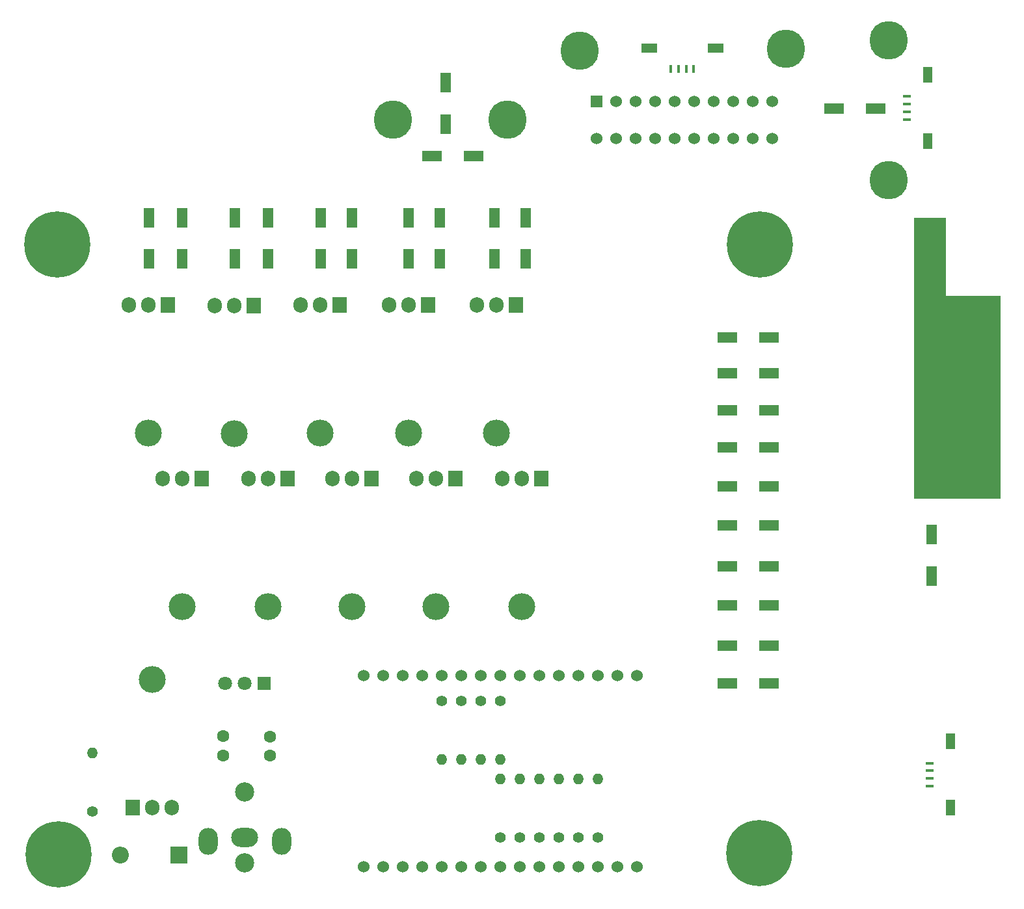
<source format=gbr>
%TF.GenerationSoftware,KiCad,Pcbnew,5.1.7-a382d34a8~88~ubuntu20.04.1*%
%TF.CreationDate,2021-03-09T09:32:07+01:00*%
%TF.ProjectId,narcise-redux,6e617263-6973-4652-9d72-656475782e6b,rev?*%
%TF.SameCoordinates,Original*%
%TF.FileFunction,Soldermask,Top*%
%TF.FilePolarity,Negative*%
%FSLAX46Y46*%
G04 Gerber Fmt 4.6, Leading zero omitted, Abs format (unit mm)*
G04 Created by KiCad (PCBNEW 5.1.7-a382d34a8~88~ubuntu20.04.1) date 2021-03-09 09:32:07*
%MOMM*%
%LPD*%
G01*
G04 APERTURE LIST*
%ADD10C,0.100000*%
%ADD11C,5.000000*%
%ADD12C,0.800000*%
%ADD13C,8.600000*%
%ADD14C,0.900000*%
%ADD15R,2.500000X1.400000*%
%ADD16R,1.400000X2.500000*%
%ADD17R,1.000000X0.400000*%
%ADD18R,1.300000X2.000000*%
%ADD19O,1.400000X1.400000*%
%ADD20C,1.400000*%
%ADD21O,1.905000X2.000000*%
%ADD22R,1.905000X2.000000*%
%ADD23O,3.500000X3.500000*%
%ADD24R,0.400000X1.000000*%
%ADD25R,2.000000X1.300000*%
%ADD26O,3.500000X2.500000*%
%ADD27O,2.500000X3.500000*%
%ADD28C,2.500000*%
%ADD29C,1.524000*%
%ADD30R,1.800000X1.800000*%
%ADD31C,1.800000*%
%ADD32C,1.600000*%
%ADD33R,1.524000X1.524000*%
%ADD34O,2.200000X2.200000*%
%ADD35R,2.200000X2.200000*%
G04 APERTURE END LIST*
D10*
G36*
X152106000Y-307674000D02*
G01*
X159218000Y-307674000D01*
X159218000Y-333963000D01*
X148042000Y-333963000D01*
X148042000Y-297514000D01*
X152106000Y-297514000D01*
X152106000Y-307674000D01*
G37*
X152106000Y-307674000D02*
X159218000Y-307674000D01*
X159218000Y-333963000D01*
X148042000Y-333963000D01*
X148042000Y-297514000D01*
X152106000Y-297514000D01*
X152106000Y-307674000D01*
D11*
%TO.C,REF\u002A\u002A*%
X95122000Y-284725000D03*
D12*
X95122000Y-282850000D03*
X96447825Y-283399175D03*
X96997000Y-284725000D03*
X96447825Y-286050825D03*
X95122000Y-286600000D03*
X93796175Y-286050825D03*
X93247000Y-284725000D03*
X93796175Y-283399175D03*
%TD*%
%TO.C,REF\u002A\u002A*%
X78937175Y-283399175D03*
X78388000Y-284725000D03*
X78937175Y-286050825D03*
X80263000Y-286600000D03*
X81588825Y-286050825D03*
X82138000Y-284725000D03*
X81588825Y-283399175D03*
X80263000Y-282850000D03*
D11*
X80263000Y-284725000D03*
%TD*%
%TO.C,REF\u002A\u002A*%
X144793000Y-292577000D03*
D12*
X146668000Y-292577000D03*
X146118825Y-293902825D03*
X144793000Y-294452000D03*
X143467175Y-293902825D03*
X142918000Y-292577000D03*
X143467175Y-291251175D03*
X144793000Y-290702000D03*
X146118825Y-291251175D03*
%TD*%
%TO.C,REF\u002A\u002A*%
X146118825Y-273090175D03*
X144793000Y-272541000D03*
X143467175Y-273090175D03*
X142918000Y-274416000D03*
X143467175Y-275741825D03*
X144793000Y-276291000D03*
X146118825Y-275741825D03*
X146668000Y-274416000D03*
D11*
X144793000Y-274416000D03*
%TD*%
%TO.C,REF\u002A\u002A*%
X131378000Y-275447000D03*
D12*
X133253000Y-275447000D03*
X132703825Y-276772825D03*
X131378000Y-277322000D03*
X130052175Y-276772825D03*
X129503000Y-275447000D03*
X130052175Y-274121175D03*
X131378000Y-273572000D03*
X132703825Y-274121175D03*
%TD*%
%TO.C,REF\u002A\u002A*%
X105906825Y-274375175D03*
X104581000Y-273826000D03*
X103255175Y-274375175D03*
X102706000Y-275701000D03*
X103255175Y-277026825D03*
X104581000Y-277576000D03*
X105906825Y-277026825D03*
X106456000Y-275701000D03*
D11*
X104581000Y-275701000D03*
%TD*%
D13*
%TO.C,REF\u002A\u002A*%
X36599000Y-301006000D03*
D14*
X39824000Y-301006000D03*
X38879419Y-303286419D03*
X36599000Y-304231000D03*
X34318581Y-303286419D03*
X33374000Y-301006000D03*
X34318581Y-298725581D03*
X36599000Y-297781000D03*
X38879419Y-298725581D03*
%TD*%
D13*
%TO.C,REF\u002A\u002A*%
X128039000Y-301006000D03*
D14*
X131264000Y-301006000D03*
X130319419Y-303286419D03*
X128039000Y-304231000D03*
X125758581Y-303286419D03*
X124814000Y-301006000D03*
X125758581Y-298725581D03*
X128039000Y-297781000D03*
X130319419Y-298725581D03*
%TD*%
D13*
%TO.C,REF\u002A\u002A*%
X127912000Y-380254000D03*
D14*
X131137000Y-380254000D03*
X130192419Y-382534419D03*
X127912000Y-383479000D03*
X125631581Y-382534419D03*
X124687000Y-380254000D03*
X125631581Y-377973581D03*
X127912000Y-377029000D03*
X130192419Y-377973581D03*
%TD*%
%TO.C,REF\u002A\u002A*%
X39006419Y-378100581D03*
X36726000Y-377156000D03*
X34445581Y-378100581D03*
X33501000Y-380381000D03*
X34445581Y-382661419D03*
X36726000Y-383606000D03*
X39006419Y-382661419D03*
X39951000Y-380381000D03*
D13*
X36726000Y-380381000D03*
%TD*%
D15*
%TO.C,X19*%
X123763000Y-313071000D03*
X129163000Y-313071000D03*
%TD*%
%TO.C,X38*%
X143100000Y-283306000D03*
X137700000Y-283306000D03*
%TD*%
D16*
%TO.C,X28*%
X150390000Y-338746000D03*
X150390000Y-344146000D03*
%TD*%
D15*
%TO.C,X26*%
X85385000Y-289424000D03*
X90785000Y-289424000D03*
%TD*%
D16*
%TO.C,X25*%
X87121000Y-285318000D03*
X87121000Y-279918000D03*
%TD*%
%TO.C,X20*%
X97559000Y-302869000D03*
X97559000Y-297469000D03*
%TD*%
%TO.C,X18*%
X86383000Y-302869000D03*
X86383000Y-297469000D03*
%TD*%
%TO.C,X17*%
X74953000Y-302869000D03*
X74953000Y-297469000D03*
%TD*%
%TO.C,X16*%
X64031000Y-302869000D03*
X64031000Y-297469000D03*
%TD*%
D15*
%TO.C,X15*%
X123763000Y-317770000D03*
X129163000Y-317770000D03*
%TD*%
%TO.C,X14*%
X123763000Y-322596000D03*
X129163000Y-322596000D03*
%TD*%
%TO.C,X13*%
X123763000Y-327422000D03*
X129163000Y-327422000D03*
%TD*%
D16*
%TO.C,X12*%
X52855000Y-302869000D03*
X52855000Y-297469000D03*
%TD*%
%TO.C,X11*%
X93495000Y-302869000D03*
X93495000Y-297469000D03*
%TD*%
%TO.C,X10*%
X82319000Y-302869000D03*
X82319000Y-297469000D03*
%TD*%
D15*
%TO.C,X9*%
X123763000Y-358156000D03*
X129163000Y-358156000D03*
%TD*%
%TO.C,X8*%
X123763000Y-332502000D03*
X129163000Y-332502000D03*
%TD*%
%TO.C,X7*%
X123763000Y-337582000D03*
X129163000Y-337582000D03*
%TD*%
D16*
%TO.C,X6*%
X48537000Y-302869000D03*
X48537000Y-297469000D03*
%TD*%
%TO.C,X5*%
X70889000Y-302869000D03*
X70889000Y-297469000D03*
%TD*%
%TO.C,X4*%
X59713000Y-302869000D03*
X59713000Y-297469000D03*
%TD*%
D15*
%TO.C,X3*%
X123763000Y-353203000D03*
X129163000Y-353203000D03*
%TD*%
%TO.C,X2*%
X123763000Y-342916000D03*
X129163000Y-342916000D03*
%TD*%
%TO.C,X1*%
X123763000Y-347996000D03*
X129163000Y-347996000D03*
%TD*%
D17*
%TO.C,U14*%
X147185000Y-281679000D03*
X147185000Y-282679000D03*
X147185000Y-283679000D03*
X147185000Y-284679000D03*
D18*
X149885000Y-278879000D03*
X149885000Y-287479000D03*
%TD*%
D17*
%TO.C,U3*%
X150143000Y-368499000D03*
X150143000Y-369499000D03*
X150143000Y-370499000D03*
X150143000Y-371499000D03*
D18*
X152843000Y-365699000D03*
X152843000Y-374299000D03*
%TD*%
D19*
%TO.C,R11*%
X94257000Y-368062000D03*
D20*
X94257000Y-360442000D03*
%TD*%
D19*
%TO.C,R10*%
X91717000Y-368062000D03*
D20*
X91717000Y-360442000D03*
%TD*%
D19*
%TO.C,R9*%
X89177000Y-368062000D03*
D20*
X89177000Y-360442000D03*
%TD*%
D19*
%TO.C,R8*%
X86637000Y-368062000D03*
D20*
X86637000Y-360442000D03*
%TD*%
D19*
%TO.C,R7*%
X106957000Y-370602000D03*
D20*
X106957000Y-378222000D03*
%TD*%
D19*
%TO.C,R5*%
X104417000Y-370602000D03*
D20*
X104417000Y-378222000D03*
%TD*%
D19*
%TO.C,R4*%
X101877000Y-370602000D03*
D20*
X101877000Y-378222000D03*
%TD*%
D19*
%TO.C,R3*%
X99337000Y-370602000D03*
D20*
X99337000Y-378222000D03*
%TD*%
D19*
%TO.C,R2*%
X96797000Y-370602000D03*
D20*
X96797000Y-378222000D03*
%TD*%
D21*
%TO.C,Q11*%
X94511000Y-331486000D03*
X97051000Y-331486000D03*
D22*
X99591000Y-331486000D03*
D23*
X97051000Y-348146000D03*
%TD*%
D21*
%TO.C,Q10*%
X83335000Y-331486000D03*
X85875000Y-331486000D03*
D22*
X88415000Y-331486000D03*
D23*
X85875000Y-348146000D03*
%TD*%
D21*
%TO.C,Q9*%
X72413000Y-331486000D03*
X74953000Y-331486000D03*
D22*
X77493000Y-331486000D03*
D23*
X74953000Y-348146000D03*
%TD*%
D21*
%TO.C,Q8*%
X61491000Y-331486000D03*
X64031000Y-331486000D03*
D22*
X66571000Y-331486000D03*
D23*
X64031000Y-348146000D03*
%TD*%
D21*
%TO.C,Q7*%
X50315000Y-331486000D03*
X52855000Y-331486000D03*
D22*
X55395000Y-331486000D03*
D23*
X52855000Y-348146000D03*
%TD*%
D21*
%TO.C,Q5*%
X91209000Y-308880000D03*
X93749000Y-308880000D03*
D22*
X96289000Y-308880000D03*
D23*
X93749000Y-325540000D03*
%TD*%
D21*
%TO.C,Q4*%
X79779000Y-308880000D03*
X82319000Y-308880000D03*
D22*
X84859000Y-308880000D03*
D23*
X82319000Y-325540000D03*
%TD*%
D21*
%TO.C,Q3*%
X68238000Y-308881000D03*
X70778000Y-308881000D03*
D22*
X73318000Y-308881000D03*
D23*
X70778000Y-325541000D03*
%TD*%
D21*
%TO.C,Q2*%
X57099000Y-308939000D03*
X59639000Y-308939000D03*
D22*
X62179000Y-308939000D03*
D23*
X59639000Y-325599000D03*
%TD*%
D24*
%TO.C,U30*%
X116416000Y-278135000D03*
X117416000Y-278135000D03*
X118416000Y-278135000D03*
X119416000Y-278135000D03*
D25*
X113616000Y-275435000D03*
X122216000Y-275435000D03*
%TD*%
D26*
%TO.C,U21*%
X60983000Y-378222000D03*
D27*
X56183000Y-378722000D03*
X65783000Y-378722000D03*
D28*
X60983000Y-372222000D03*
X60983000Y-381472000D03*
%TD*%
D29*
%TO.C,U11*%
X76477000Y-357140000D03*
X79017000Y-357140000D03*
X81557000Y-357140000D03*
X84097000Y-357140000D03*
X86637000Y-357140000D03*
X89177000Y-357140000D03*
X91717000Y-357140000D03*
X94257000Y-357140000D03*
X96797000Y-357140000D03*
X99337000Y-357140000D03*
X101877000Y-357140000D03*
X104417000Y-357140000D03*
X106957000Y-357140000D03*
X109497000Y-357140000D03*
X112037000Y-357140000D03*
X112037000Y-382032000D03*
X109497000Y-382032000D03*
X109497000Y-382032000D03*
X106957000Y-382032000D03*
X104417000Y-382032000D03*
X101877000Y-382032000D03*
X99337000Y-382032000D03*
X96797000Y-382032000D03*
X94257000Y-382032000D03*
X91717000Y-382032000D03*
X89177000Y-382032000D03*
X86637000Y-382032000D03*
X84097000Y-382032000D03*
X81557000Y-382032000D03*
X79017000Y-382032000D03*
X76477000Y-382032000D03*
%TD*%
D30*
%TO.C,U10*%
X63523000Y-358156000D03*
D31*
X60983000Y-358156000D03*
X58443000Y-358156000D03*
%TD*%
D19*
%TO.C,R6*%
X41171000Y-367173000D03*
D20*
X41171000Y-374793000D03*
%TD*%
D19*
%TO.C,R1*%
X94257000Y-370602000D03*
D20*
X94257000Y-378222000D03*
%TD*%
D21*
%TO.C,Q6*%
X51459000Y-374259000D03*
X48919000Y-374259000D03*
D22*
X46379000Y-374259000D03*
D23*
X48919000Y-357599000D03*
%TD*%
D21*
%TO.C,Q1*%
X45856000Y-308835000D03*
X48396000Y-308835000D03*
D22*
X50936000Y-308835000D03*
D23*
X48396000Y-325495000D03*
%TD*%
D32*
%TO.C,Murata-Ceramic-Capacitor-50v1-22uF2*%
X58189000Y-367514000D03*
X58189000Y-365014000D03*
%TD*%
%TO.C,Murata-Ceramic-Capacitor-50v1-22uF1*%
X64285000Y-365054000D03*
X64285000Y-367554000D03*
%TD*%
D29*
%TO.C,J8*%
X129600000Y-287156400D03*
X129600000Y-282305000D03*
X127060000Y-287156400D03*
X127060000Y-282305000D03*
X124520000Y-287156400D03*
X124520000Y-282305000D03*
X121980000Y-287156400D03*
X121980000Y-282305000D03*
X119440000Y-287156400D03*
X119440000Y-282305000D03*
X116900000Y-287156400D03*
X116900000Y-282305000D03*
X114360000Y-287156400D03*
X114360000Y-282305000D03*
X111820000Y-287156400D03*
X111820000Y-282305000D03*
X109280000Y-287156400D03*
X109280000Y-282305000D03*
X106740000Y-287156400D03*
D33*
X106740000Y-282305000D03*
%TD*%
D34*
%TO.C,D1*%
X44759000Y-380508000D03*
D35*
X52379000Y-380508000D03*
%TD*%
M02*

</source>
